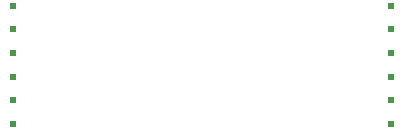
<source format=gto>
G04 Layer_Color=65535*
%FSLAX42Y42*%
%MOMM*%
G71*
G01*
G75*
%ADD25R,0.51X0.51*%
D25*
X-1600Y-2900D02*
D03*
Y-3100D02*
D03*
Y-3300D02*
D03*
Y-3500D02*
D03*
Y-3700D02*
D03*
Y-3900D02*
D03*
X1600D02*
D03*
Y-3700D02*
D03*
Y-3500D02*
D03*
Y-3300D02*
D03*
Y-3100D02*
D03*
Y-2900D02*
D03*
M02*

</source>
